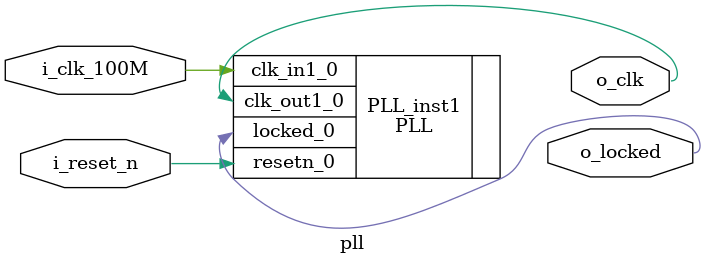
<source format=sv>
`timescale 1ns / 1ps


module pll(
    input i_clk_100M,
    input i_reset_n,
    output o_clk,
    output o_locked
    );
    
    PLL PLL_inst1
       (.clk_in1_0(i_clk_100M),
        .clk_out1_0(o_clk),
        .locked_0(o_locked),
        .resetn_0(i_reset_n));
    
endmodule

</source>
